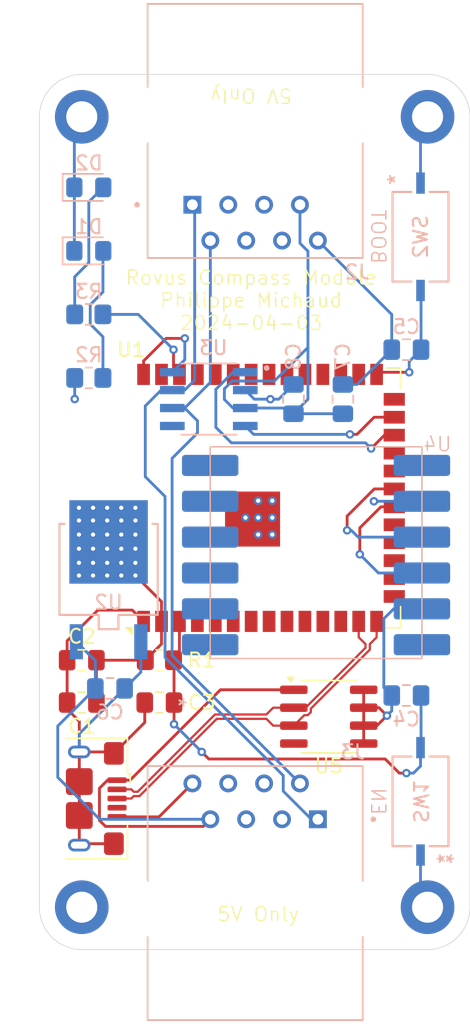
<source format=kicad_pcb>
(kicad_pcb (version 20240108) (generator "pcbnew") (generator_version "8.0")
  (layers (0 "F.Cu" signal) (1 "In1.Cu" signal) (2 "In2.Cu" signal) (31 "B.Cu" signal) (34 "B.Paste" user) (35 "F.Paste" user) (36 "B.SilkS" user "B.Silkscreen") (37 "F.SilkS" user "F.Silkscreen") (38 "B.Mask" user) (39 "F.Mask" user) (44 "Edge.Cuts" user))
  (net 0 "")
  (net 1 "GND")
  (net 2 "+3.3V")
  (net 3 "EN_PB")
  (net 4 "GPIO_0")
  (net 5 "+5V")
  (net 6 "Net-(D1-A)")
  (net 7 "Net-(D2-A)")
  (net 8 "USB_N")
  (net 10 "USB_P")
  (net 13 "CANL")
  (net 16 "CANH")
  (net 21 "LED_BUILDIN")
  (net 22 "SCL")
  (net 29 "TX1")
  (net 34 "RX1")
  (net 36 "TXC")
  (net 42 "RXC")
  (net 46 "SDA")
  (footprint "MountingHole:MountingHole_2.2mm_M2_DIN965_Pad_TopBottom" (layer "F.Cu") (at 46 23)
    (property "Reference" "H2" (hide yes))
    (property "Value" "MountingHole_Pad" (hide yes))
    (pad "1" thru_hole circle (at 0 0) (size 2.6 2.6) (drill 2.2) (layers "*.Cu" "*.Mask") (net 1 "GND"))
    (pad "1" connect circle (at 0 0) (size 3.8 3.8) (layers "F.Cu" "F.Mask") (net 1 "GND"))
    (pad "1" connect circle (at 0 0) (size 3.8 3.8) (layers "B.Cu" "B.Mask") (net 1 "GND"))
  )
  (footprint "MountingHole:MountingHole_2.2mm_M2_DIN965_Pad_TopBottom" (layer "F.Cu") (at 46 79)
    (property "Reference" "H4" (hide yes))
    (property "Value" "MountingHole_Pad" (hide yes))
    (pad "1" thru_hole circle (at 0 0) (size 2.6 2.6) (drill 2.2) (layers "*.Cu" "*.Mask") (net 1 "GND"))
    (pad "1" connect circle (at 0 0) (size 3.8 3.8) (layers "F.Cu" "F.Mask") (net 1 "GND"))
    (pad "1" connect circle (at 0 0) (size 3.8 3.8) (layers "B.Cu" "B.Mask") (net 1 "GND"))
  )
  (footprint "Capacitor_SMD:C_0805_2012Metric_Pad1.18x1.45mm_HandSolder" (layer "F.Cu") (at 21.5 61.5 180)
    (property "Reference" "C2" (at -0.014254 1.686608 180) (layer "F.SilkS"))
    (property "Value" "100nF")
    (pad "1" smd roundrect (at -1.0375 0 180) (size 1.175 1.45) (layers "F.Cu" "F.Paste" "F.Mask") (roundrect_rratio 0.212766) (net 2 "+3.3V"))
    (pad "2" smd roundrect (at 1.0375 0 180) (size 1.175 1.45) (layers "F.Cu" "F.Paste" "F.Mask") (roundrect_rratio 0.212766) (net 1 "GND"))
  )
  (footprint "Capacitor_SMD:C_0805_2012Metric_Pad1.18x1.45mm_HandSolder" (layer "F.Cu") (at 27 64.5 180)
    (property "Reference" "C3" (at -3 0 180) (layer "F.SilkS"))
    (property "Value" "1uF")
    (pad "1" smd roundrect (at -1.0375 0 180) (size 1.175 1.45) (layers "F.Cu" "F.Paste" "F.Mask") (roundrect_rratio 0.212766) (net 3 "EN_PB"))
    (pad "2" smd roundrect (at 1.0375 0 180) (size 1.175 1.45) (layers "F.Cu" "F.Paste" "F.Mask") (roundrect_rratio 0.212766) (net 1 "GND"))
  )
  (footprint "Package_SO:SOIC-8-1EP_3.9x4.9mm_P1.27mm_EP2.29x3mm" (layer "F.Cu") (at 39 65.5)
    (property "Reference" "U5" (at 0 3.5 0) (layer "F.SilkS"))
    (property "Value" "~")
    (pad "1" smd roundrect (at -2.475 -1.905) (size 1.95 0.6) (layers "F.Cu" "F.Paste" "F.Mask") (net 5 "+5V"))
    (pad "2" smd roundrect (at -2.475 -0.635) (size 1.95 0.6) (layers "F.Cu" "F.Paste" "F.Mask") (net 8 "USB_N"))
    (pad "3" smd roundrect (at -2.475 0.635) (size 1.95 0.6) (layers "F.Cu" "F.Paste" "F.Mask") (net 10 "USB_P"))
    (pad "4" smd roundrect (at -2.475 1.905) (size 1.95 0.6) (layers "F.Cu" "F.Paste" "F.Mask"))
    (pad "5" smd roundrect (at 2.475 1.905) (size 1.95 0.6) (layers "F.Cu" "F.Paste" "F.Mask") (net 1 "GND"))
    (pad "6" smd roundrect (at 2.475 0.635) (size 1.95 0.6) (layers "F.Cu" "F.Paste" "F.Mask") (net 1 "GND"))
    (pad "7" smd roundrect (at 2.475 -0.635) (size 1.95 0.6) (layers "F.Cu" "F.Paste" "F.Mask") (net 1 "GND"))
    (pad "8" smd roundrect (at 2.475 -1.905) (size 1.95 0.6) (layers "F.Cu" "F.Paste" "F.Mask") (net 1 "GND"))
  )
  (footprint "Capacitor_SMD:C_0805_2012Metric_Pad1.18x1.45mm_HandSolder" (layer "F.Cu") (at 21.5 64.5 180)
    (property "Reference" "C1" (at 0 -1.68 180) (layer "F.SilkS"))
    (property "Value" "22uF")
    (pad "1" smd roundrect (at -1.0375 0 180) (size 1.175 1.45) (layers "F.Cu" "F.Paste" "F.Mask") (roundrect_rratio 0.212766) (net 2 "+3.3V"))
    (pad "2" smd roundrect (at 1.0375 0 180) (size 1.175 1.45) (layers "F.Cu" "F.Paste" "F.Mask") (roundrect_rratio 0.212766) (net 1 "GND"))
  )
  (footprint "Resistor_SMD:R_0805_2012Metric_Pad1.20x1.40mm_HandSolder" (layer "F.Cu") (at 27 61.5)
    (property "Reference" "R1" (at 3 0 0) (layer "F.SilkS"))
    (property "Value" "10K TBV")
    (pad "1" smd roundrect (at -1 0) (size 1.2 1.4) (layers "F.Cu" "F.Paste" "F.Mask") (roundrect_rratio 0.208333) (net 2 "+3.3V"))
    (pad "2" smd roundrect (at 1 0) (size 1.2 1.4) (layers "F.Cu" "F.Paste" "F.Mask") (roundrect_rratio 0.208333) (net 3 "EN_PB"))
  )
  (footprint "RF_Module:ESP32-S3-WROOM-1" (layer "F.Cu") (at 31.14 50 90)
    (property "Reference" "U1" (at 10.5 -6.14 0) (layer "F.SilkS"))
    (property "Value" "ESP32-S3-WROOM-1")
    (pad "1" smd rect (at -8.75 -5.26 90) (size 1.5 0.9) (layers "F.Cu" "F.Paste" "F.Mask") (net 1 "GND"))
    (pad "2" smd rect (at -8.75 -3.99 90) (size 1.5 0.9) (layers "F.Cu" "F.Paste" "F.Mask") (net 2 "+3.3V"))
    (pad "3" smd rect (at -8.75 -2.72 90) (size 1.5 0.9) (layers "F.Cu" "F.Paste" "F.Mask") (net 3 "EN_PB"))
    (pad "4" smd rect (at -8.75 -1.45 90) (size 1.5 0.9) (layers "F.Cu" "F.Paste" "F.Mask"))
    (pad "5" smd rect (at -8.75 -0.18 90) (size 1.5 0.9) (layers "F.Cu" "F.Paste" "F.Mask"))
    (pad "6" smd rect (at -8.75 1.09 90) (size 1.5 0.9) (layers "F.Cu" "F.Paste" "F.Mask"))
    (pad "7" smd rect (at -8.75 2.36 90) (size 1.5 0.9) (layers "F.Cu" "F.Paste" "F.Mask"))
    (pad "8" smd rect (at -8.75 3.63 90) (size 1.5 0.9) (layers "F.Cu" "F.Paste" "F.Mask"))
    (pad "9" smd rect (at -8.75 4.9 90) (size 1.5 0.9) (layers "F.Cu" "F.Paste" "F.Mask"))
    (pad "10" smd rect (at -8.75 6.17 90) (size 1.5 0.9) (layers "F.Cu" "F.Paste" "F.Mask"))
    (pad "11" smd rect (at -8.75 7.44 90) (size 1.5 0.9) (layers "F.Cu" "F.Paste" "F.Mask"))
    (pad "12" smd rect (at -8.75 8.71 90) (size 1.5 0.9) (layers "F.Cu" "F.Paste" "F.Mask"))
    (pad "13" smd rect (at -8.75 9.98 90) (size 1.5 0.9) (layers "F.Cu" "F.Paste" "F.Mask") (net 8 "USB_N"))
    (pad "14" smd rect (at -8.75 11.25 270) (size 1.5 0.9) (layers "F.Cu" "F.Paste" "F.Mask") (net 10 "USB_P"))
    (pad "15" smd rect (at -6.985 12.5) (size 1.5 0.9) (layers "F.Cu" "F.Paste" "F.Mask"))
    (pad "16" smd rect (at -5.715 12.5) (size 1.5 0.9) (layers "F.Cu" "F.Paste" "F.Mask"))
    (pad "17" smd rect (at -4.445 12.5) (size 1.5 0.9) (layers "F.Cu" "F.Paste" "F.Mask") (net 46 "SDA"))
    (pad "18" smd rect (at -3.175 12.5) (size 1.5 0.9) (layers "F.Cu" "F.Paste" "F.Mask"))
    (pad "19" smd rect (at -1.905 12.5) (size 1.5 0.9) (layers "F.Cu" "F.Paste" "F.Mask"))
    (pad "20" smd rect (at -0.635 12.5) (size 1.5 0.9) (layers "F.Cu" "F.Paste" "F.Mask") (net 34 "RX1"))
    (pad "21" smd rect (at 0.635 12.5) (size 1.5 0.9) (layers "F.Cu" "F.Paste" "F.Mask") (net 29 "TX1"))
    (pad "22" smd rect (at 1.905 12.5) (size 1.5 0.9) (layers "F.Cu" "F.Paste" "F.Mask"))
    (pad "23" smd rect (at 3.175 12.5) (size 1.5 0.9) (layers "F.Cu" "F.Paste" "F.Mask") (net 22 "SCL"))
    (pad "24" smd rect (at 4.445 12.5) (size 1.5 0.9) (layers "F.Cu" "F.Paste" "F.Mask") (net 42 "RXC"))
    (pad "25" smd rect (at 5.715 12.5) (size 1.5 0.9) (layers "F.Cu" "F.Paste" "F.Mask") (net 36 "TXC"))
    (pad "26" smd rect (at 6.985 12.5) (size 1.5 0.9) (layers "F.Cu" "F.Paste" "F.Mask"))
    (pad "27" smd rect (at 8.75 11.25 90) (size 1.5 0.9) (layers "F.Cu" "F.Paste" "F.Mask") (net 4 "GPIO_0"))
    (pad "28" smd rect (at 8.75 9.98 90) (size 1.5 0.9) (layers "F.Cu" "F.Paste" "F.Mask"))
    (pad "29" smd rect (at 8.75 8.71 90) (size 1.5 0.9) (layers "F.Cu" "F.Paste" "F.Mask"))
    (pad "30" smd rect (at 8.75 7.44 90) (size 1.5 0.9) (layers "F.Cu" "F.Paste" "F.Mask"))
    (pad "31" smd rect (at 8.75 6.17 90) (size 1.5 0.9) (layers "F.Cu" "F.Paste" "F.Mask"))
    (pad "32" smd rect (at 8.75 4.9 90) (size 1.5 0.9) (layers "F.Cu" "F.Paste" "F.Mask"))
    (pad "33" smd rect (at 8.75 3.63 90) (size 1.5 0.9) (layers "F.Cu" "F.Paste" "F.Mask"))
    (pad "34" smd rect (at 8.75 2.36 90) (size 1.5 0.9) (layers "F.Cu" "F.Paste" "F.Mask"))
    (pad "35" smd rect (at 8.75 1.09 90) (size 1.5 0.9) (layers "F.Cu" "F.Paste" "F.Mask"))
    (pad "36" smd rect (at 8.75 -0.18 90) (size 1.5 0.9) (layers "F.Cu" "F.Paste" "F.Mask"))
    (pad "37" smd rect (at 8.75 -1.45 90) (size 1.5 0.9) (layers "F.Cu" "F.Paste" "F.Mask"))
    (pad "38" smd rect (at 8.75 -2.72 90) (size 1.5 0.9) (layers "F.Cu" "F.Paste" "F.Mask") (net 21 "LED_BUILDIN"))
    (pad "39" smd rect (at 8.75 -3.99 90) (size 1.5 0.9) (layers "F.Cu" "F.Paste" "F.Mask"))
    (pad "40" smd rect (at 8.75 -5.26 90) (size 1.5 0.9) (layers "F.Cu" "F.Paste" "F.Mask") (net 1 "GND"))
    (pad "41" smd rect (at -1.5 2.46) (size 3.9 3.9) (layers "F.Cu" "F.Mask") (net 1 "GND"))
  )
  (footprint "MountingHole:MountingHole_2.2mm_M2_DIN965_Pad_TopBottom" (layer "F.Cu") (at 21.5 79)
    (property "Reference" "H3" (hide yes))
    (property "Value" "MountingHole_Pad" (hide yes))
    (pad "1" thru_hole circle (at 0 0) (size 2.6 2.6) (drill 2.2) (layers "*.Cu" "*.Mask") (net 1 "GND"))
    (pad "1" connect circle (at 0 0) (size 3.8 3.8) (layers "F.Cu" "F.Mask") (net 1 "GND"))
    (pad "1" connect circle (at 0 0) (size 3.8 3.8) (layers "B.Cu" "B.Mask") (net 1 "GND"))
  )
  (footprint "MountingHole:MountingHole_2.2mm_M2_DIN965_Pad_TopBottom" (layer "F.Cu") (at 21.5 23)
    (property "Reference" "H1" (hide yes))
    (property "Value" "MountingHole_Pad" (hide yes))
    (pad "1" thru_hole circle (at 0 0) (size 2.6 2.6) (drill 2.2) (layers "*.Cu" "*.Mask") (net 1 "GND"))
    (pad "1" connect circle (at 0 0) (size 3.8 3.8) (layers "F.Cu" "F.Mask") (net 1 "GND"))
    (pad "1" connect circle (at 0 0) (size 3.8 3.8) (layers "B.Cu" "B.Mask") (net 1 "GND"))
  )
  (footprint "Connector_USB:USB_Micro-B_Amphenol_10118193-0001LF_Horizontal" (layer "F.Cu") (at 21.325 71.3 -90)
    (property "Reference" "J1" (hide yes))
    (property "Value" "USB_B_Micro")
    (pad "1" smd roundrect (at -1.3 -2.675 270) (size 0.4 1.35) (layers "F.Cu" "F.Paste" "F.Mask") (net 5 "+5V"))
    (pad "2" smd roundrect (at -0.65 -2.675 270) (size 0.4 1.35) (layers "F.Cu" "F.Paste" "F.Mask") (net 8 "USB_N"))
    (pad "3" smd roundrect (at 0 -2.675 270) (size 0.4 1.35) (layers "F.Cu" "F.Paste" "F.Mask") (net 10 "USB_P"))
    (pad "4" smd roundrect (at 0.65 -2.675 270) (size 0.4 1.35) (layers "F.Cu" "F.Paste" "F.Mask"))
    (pad "5" smd roundrect (at 1.3 -2.675 270) (size 0.4 1.35) (layers "F.Cu" "F.Paste" "F.Mask") (net 1 "GND"))
    (pad "6" thru_hole oval (at -3.3 0) (size 1.6 0.9) (drill oval 1.2 0.5) (layers "*.Cu" "*.Mask" "F.Paste") (net 1 "GND"))
    (pad "6" smd roundrect (at -3.2 -2.45 270) (size 1.6 1.4) (layers "F.Cu" "F.Paste" "F.Mask") (roundrect_rratio 0.1785714286) (net 1 "GND"))
    (pad "6" smd roundrect (at -1.2 0 270) (size 1.9 1.9) (layers "F.Cu" "F.Paste" "F.Mask") (roundrect_rratio 0.1315789474) (net 1 "GND"))
    (pad "6" smd roundrect (at 1.2 0 270) (size 1.9 1.9) (layers "F.Cu" "F.Paste" "F.Mask") (roundrect_rratio 0.1315789474) (net 1 "GND"))
    (pad "6" smd roundrect (at 3.2 -2.45 270) (size 1.6 1.4) (layers "F.Cu" "F.Paste" "F.Mask") (roundrect_rratio 0.1785714286) (net 1 "GND"))
    (pad "6" thru_hole oval (at 3.3 0) (size 1.6 0.9) (drill oval 1.2 0.5) (layers "*.Cu" "*.Mask" "F.Paste") (net 1 "GND"))
  )
  (footprint "LDO_AZ1117ID-3.3TRG1:TO252-2_AZ1117ID-3.3TRG1_DIO" (layer "B.Cu") (at 23.4 55.0634 180)
    (property "Reference" "U2" (at 0 -2.3366 0) (layer "B.SilkS") (effects (justify mirror)))
    (property "Value" "AZ1117ID-3.3TRG1")
    (pad "1" smd rect (at -2.286 -5.1308 180) (size 0.9398 2.4892) (layers "B.Cu" "B.Paste" "B.Mask") (net 1 "GND"))
    (pad "2" smd rect (at 0 1.9431 180) (size 5.5626 5.9182) (layers "B.Cu" "B.Paste" "B.Mask") (net 2 "+3.3V"))
    (pad "3" smd rect (at 2.286 -5.1308 180) (size 0.9398 2.4892) (layers "B.Cu" "B.Paste" "B.Mask") (net 5 "+5V"))
  )
  (footprint "Capacitor_SMD:C_0805_2012Metric_Pad1.18x1.45mm_HandSolder" (layer "B.Cu") (at 40 43 90)
    (property "Reference" "C7" (at 3 0 -90) (layer "B.SilkS") (effects (justify mirror)))
    (property "Value" "10uF")
    (pad "1" smd roundrect (at -1.0375 0 90) (size 1.175 1.45) (layers "B.Cu" "B.Paste" "B.Mask") (roundrect_rratio 0.212766) (net 5 "+5V"))
    (pad "2" smd roundrect (at 1.0375 0 90) (size 1.175 1.45) (layers "B.Cu" "B.Paste" "B.Mask") (roundrect_rratio 0.212766) (net 1 "GND"))
  )
  (footprint "LED_SMD:LED_0805_2012Metric_Pad1.15x1.40mm_HandSolder" (layer "B.Cu") (at 22 28)
    (property "Reference" "D2" (at 0.006882 -1.722222 0) (layer "B.SilkS") (effects (justify mirror)))
    (property "Value" "R" (hide yes))
    (pad "1" smd roundrect (at -1.025 0) (size 1.15 1.4) (layers "B.Cu" "B.Paste" "B.Mask") (roundrect_rratio 0.217391) (net 1 "GND"))
    (pad "2" smd roundrect (at 1.025 0) (size 1.15 1.4) (layers "B.Cu" "B.Paste" "B.Mask") (roundrect_rratio 0.217391) (net 7 "Net-(D2-A)"))
  )
  (footprint "TS09_63_25_WT_160_SMT_TR:SW_TS09-63-25_CUD" (layer "B.Cu") (at 45.5 71.5 90)
    (property "Reference" "SW1" (at 0 0 -90) (layer "B.SilkS") (effects (justify mirror)))
    (property "Value" "TS09-63-25-WT-160-SMT-TR")
    (fp_text user "*" (at -4.05765 1.7526 -90) (layer "B.SilkS") (effects (justify mirror)))
    (fp_text user "*" (at -4.05765 1.7526 -90) (layer "B.SilkS") (effects (justify mirror)))
    (pad "1" smd rect (at -3.80365 0 90) (size 1.5113 0.6096) (layers "B.Cu" "B.Paste" "B.Mask") (net 1 "GND"))
    (pad "2" smd rect (at 3.80365 0 90) (size 1.5113 0.6096) (layers "B.Cu" "B.Paste" "B.Mask") (net 3 "EN_PB"))
  )
  (footprint "LED_SMD:LED_0805_2012Metric_Pad1.15x1.40mm_HandSolder" (layer "B.Cu") (at 22 32.5)
    (property "Reference" "D1" (at -0.001649 -1.70492 0) (layer "B.SilkS") (effects (justify mirror)))
    (property "Value" "R")
    (pad "1" smd roundrect (at -1.025 0) (size 1.15 1.4) (layers "B.Cu" "B.Paste" "B.Mask") (roundrect_rratio 0.217391) (net 1 "GND"))
    (pad "2" smd roundrect (at 1.025 0) (size 1.15 1.4) (layers "B.Cu" "B.Paste" "B.Mask") (roundrect_rratio 0.217391) (net 6 "Net-(D1-A)"))
  )
  (footprint "Capacitor_SMD:C_0805_2012Metric_Pad1.18x1.45mm_HandSolder" (layer "B.Cu") (at 44.5 64)
    (property "Reference" "C4" (at 0 1.68 0) (layer "B.SilkS") (effects (justify mirror)))
    (property "Value" "100nF")
    (pad "1" smd roundrect (at -1.0375 0) (size 1.175 1.45) (layers "B.Cu" "B.Paste" "B.Mask") (roundrect_rratio 0.212766) (net 1 "GND"))
    (pad "2" smd roundrect (at 1.0375 0) (size 1.175 1.45) (layers "B.Cu" "B.Paste" "B.Mask") (roundrect_rratio 0.212766) (net 3 "EN_PB"))
  )
  (footprint "Custom:WT910C" (layer "B.Cu") (at 38.1 53.7 180)
    (property "Reference" "U4" (at -8.6 7.5 0) (layer "B.SilkS") (effects (font (thickness 0.1)) (justify mirror)))
    (property "Value" "~")
    (pad "1" smd roundrect (at -7.5 6 180) (size 4 1.5) (layers "B.Cu" "B.Paste" "B.Mask") (roundrect_rratio 0.15))
    (pad "2" smd roundrect (at -7.5 3.46 180) (size 4 1.5) (layers "B.Cu" "B.Paste" "B.Mask") (roundrect_rratio 0.15) (net 2 "+3.3V"))
    (pad "3" smd roundrect (at -7.5 0.92 180) (size 4 1.5) (layers "B.Cu" "B.Paste" "B.Mask") (roundrect_rratio 0.15) (net 29 "TX1"))
    (pad "4" smd roundrect (at -7.5 -1.62 180) (size 4 1.5) (layers "B.Cu" "B.Paste" "B.Mask") (roundrect_rratio 0.15) (net 34 "RX1"))
    (pad "5" smd roundrect (at -7.5 -4.16 180) (size 4 1.5) (layers "B.Cu" "B.Paste" "B.Mask") (roundrect_rratio 0.15) (net 1 "GND"))
    (pad "6" smd roundrect (at -7.5 -6.7 180) (size 4 1.5) (layers "B.Cu" "B.Paste" "B.Mask") (roundrect_rratio 0.15))
    (pad "7" smd roundrect (at 7.5 6 180) (size 4 1.5) (layers "B.Cu" "B.Paste" "B.Mask") (roundrect_rratio 0.15))
    (pad "8" smd roundrect (at 7.5 3.46 180) (size 4 1.5) (layers "B.Cu" "B.Paste" "B.Mask") (roundrect_rratio 0.15))
    (pad "9" smd roundrect (at 7.5 0.92 180) (size 4 1.5) (layers "B.Cu" "B.Paste" "B.Mask") (roundrect_rratio 0.15))
    (pad "10" smd roundrect (at 7.5 -1.62 180) (size 4 1.5) (layers "B.Cu" "B.Paste" "B.Mask") (roundrect_rratio 0.15))
    (pad "11" smd roundrect (at 7.5 -4.16 180) (size 4 1.5) (layers "B.Cu" "B.Paste" "B.Mask") (roundrect_rratio 0.15))
    (pad "12" smd roundrect (at 7.5 -6.7 180) (size 4 1.5) (layers "B.Cu" "B.Paste" "B.Mask") (roundrect_rratio 0.15))
  )
  (footprint "Capacitor_SMD:C_0805_2012Metric_Pad1.18x1.45mm_HandSolder" (layer "B.Cu") (at 23.5 63.5)
    (property "Reference" "C6" (at 0 1.68 0) (layer "B.SilkS") (effects (justify mirror)))
    (property "Value" "10uF")
    (pad "1" smd roundrect (at -1.0375 0) (size 1.175 1.45) (layers "B.Cu" "B.Paste" "B.Mask") (roundrect_rratio 0.212766) (net 5 "+5V"))
    (pad "2" smd roundrect (at 1.0375 0) (size 1.175 1.45) (layers "B.Cu" "B.Paste" "B.Mask") (roundrect_rratio 0.212766) (net 1 "GND"))
  )
  (footprint "Capacitor_SMD:C_0805_2012Metric_Pad1.18x1.45mm_HandSolder" (layer "B.Cu") (at 44.5 39.5)
    (property "Reference" "C5" (at 0.001442 -1.62003 0) (layer "B.SilkS") (effects (justify mirror)))
    (property "Value" "100nF")
    (pad "1" smd roundrect (at -1.0375 0) (size 1.175 1.45) (layers "B.Cu" "B.Paste" "B.Mask") (roundrect_rratio 0.212766) (net 1 "GND"))
    (pad "2" smd roundrect (at 1.0375 0) (size 1.175 1.45) (layers "B.Cu" "B.Paste" "B.Mask") (roundrect_rratio 0.212766) (net 4 "GPIO_0"))
  )
  (footprint "TS09_63_25_WT_160_SMT_TR:SW_TS09-63-25_CUD" (layer "B.Cu") (at 45.5 31.5 -90)
    (property "Reference" "SW2" (at 0 0 90) (layer "B.SilkS") (effects (justify mirror)))
    (property "Value" "TS09-63-25-WT-160-SMT-TR")
    (fp_text user "*" (at -4.05765 1.7526 90) (layer "B.SilkS") (effects (justify mirror)))
    (pad "1" smd rect (at -3.80365 0 270) (size 1.5113 0.6096) (layers "B.Cu" "B.Paste" "B.Mask") (net 1 "GND"))
    (pad "2" smd rect (at 3.80365 0 270) (size 1.5113 0.6096) (layers "B.Cu" "B.Paste" "B.Mask") (net 4 "GPIO_0"))
  )
  (footprint "TJA1050T_CM_118:SOIC127P600X175-8N" (layer "B.Cu") (at 30.5 43 180)
    (property "Reference" "U3" (at -0.325 3.635 180) (layer "B.SilkS") (effects (justify mirror)))
    (property "Value" "TJA1050T_CM_118")
    (pad "1" smd roundrect (at -2.585 1.905 180) (size 1.75 0.59) (layers "B.Cu" "B.Paste" "B.Mask") (roundrect_rratio 0.07) (net 42 "RXC"))
    (pad "2" smd roundrect (at -2.585 0.635 180) (size 1.75 0.59) (layers "B.Cu" "B.Paste" "B.Mask") (roundrect_rratio 0.07) (net 1 "GND"))
    (pad "3" smd roundrect (at -2.585 -0.635 180) (size 1.75 0.59) (layers "B.Cu" "B.Paste" "B.Mask") (roundrect_rratio 0.07) (net 5 "+5V"))
    (pad "4" smd roundrect (at -2.585 -1.905 180) (size 1.75 0.59) (layers "B.Cu" "B.Paste" "B.Mask") (roundrect_rratio 0.07) (net 36 "TXC"))
    (pad "5" smd roundrect (at 2.585 -1.905 180) (size 1.75 0.59) (layers "B.Cu" "B.Paste" "B.Mask") (roundrect_rratio 0.07))
    (pad "6" smd roundrect (at 2.585 -0.635 180) (size 1.75 0.59) (layers "B.Cu" "B.Paste" "B.Mask") (roundrect_rratio 0.07) (net 13 "CANL"))
    (pad "7" smd roundrect (at 2.585 0.635 180) (size 1.75 0.59) (layers "B.Cu" "B.Paste" "B.Mask") (roundrect_rratio 0.07) (net 16 "CANH"))
    (pad "8" smd roundrect (at 2.585 1.905 180) (size 1.75 0.59) (layers "B.Cu" "B.Paste" "B.Mask") (roundrect_rratio 0.07) (net 1 "GND"))
  )
  (footprint "Capacitor_SMD:C_0805_2012Metric_Pad1.18x1.45mm_HandSolder" (layer "B.Cu") (at 36.5 43 90)
    (property "Reference" "C8" (at 3 0 -90) (layer "B.SilkS") (effects (justify mirror)))
    (property "Value" "100nF")
    (pad "1" smd roundrect (at -1.0375 0 90) (size 1.175 1.45) (layers "B.Cu" "B.Paste" "B.Mask") (roundrect_rratio 0.212766) (net 5 "+5V"))
    (pad "2" smd roundrect (at 1.0375 0 90) (size 1.175 1.45) (layers "B.Cu" "B.Paste" "B.Mask") (roundrect_rratio 0.212766) (net 1 "GND"))
  )
  (footprint "Resistor_SMD:R_0805_2012Metric_Pad1.20x1.40mm_HandSolder" (layer "B.Cu") (at 22 37)
    (property "Reference" "R3" (at 0.002617 -1.6279 0) (layer "B.SilkS") (effects (justify mirror)))
    (property "Value" "1k" (hide yes))
    (pad "1" smd roundrect (at -1 0) (size 1.2 1.4) (layers "B.Cu" "B.Paste" "B.Mask") (roundrect_rratio 0.208333) (net 7 "Net-(D2-A)"))
    (pad "2" smd roundrect (at 1 0) (size 1.2 1.4) (layers "B.Cu" "B.Paste" "B.Mask") (roundrect_rratio 0.208333) (net 21 "LED_BUILDIN"))
  )
  (footprint "Resistor_SMD:R_0805_2012Metric_Pad1.20x1.40mm_HandSolder" (layer "B.Cu") (at 22 41.5 180)
    (property "Reference" "R2" (at 0.001649 1.631927 180) (layer "B.SilkS") (effects (justify mirror)))
    (property "Value" "1k")
    (pad "1" smd roundrect (at -1 0 180) (size 1.2 1.4) (layers "B.Cu" "B.Paste" "B.Mask") (roundrect_rratio 0.208333) (net 6 "Net-(D1-A)"))
    (pad "2" smd roundrect (at 1 0 180) (size 1.2 1.4) (layers "B.Cu" "B.Paste" "B.Mask") (roundrect_rratio 0.208333) (net 2 "+3.3V"))
  )
  (footprint "54601-908WPLF:AMPHENOL_54601-908WPLF" (layer "B.Cu") (at 33.784 79.12 180)
    (property "Reference" "J3" (at -6.916 11.12 180) (layer "B.SilkS") (effects (justify mirror)))
    (property "Value" "RJ45")
    (pad "" np_thru_hole circle (at -5.716 0 180) (size 3.35 3.35) (drill 3.35) (layers "*.Cu" "*.Mask"))
    (pad "" np_thru_hole circle (at 5.716 0 180) (size 3.35 3.35) (drill 3.35) (layers "*.Cu" "*.Mask"))
    (pad "1" thru_hole rect (at -4.445 6.35 180) (size 1.268 1.268) (drill 0.76) (layers "*.Cu" "*.Mask") (net 16 "CANH"))
    (pad "2" thru_hole circle (at -3.175 8.89 180) (size 1.268 1.268) (drill 0.76) (layers "*.Cu" "*.Mask") (net 13 "CANL"))
    (pad "3" thru_hole circle (at -1.905 6.35 180) (size 1.268 1.268) (drill 0.76) (layers "*.Cu" "*.Mask"))
    (pad "4" thru_hole circle (at -0.635 8.89 180) (size 1.268 1.268) (drill 0.76) (layers "*.Cu" "*.Mask"))
    (pad "5" thru_hole circle (at 0.635 6.35 180) (size 1.268 1.268) (drill 0.76) (layers "*.Cu" "*.Mask"))
    (pad "6" thru_hole circle (at 1.905 8.89 180) (size 1.268 1.268) (drill 0.76) (layers "*.Cu" "*.Mask"))
    (pad "7" thru_hole circle (at 3.175 6.35 180) (size 1.268 1.268) (drill 0.76) (layers "*.Cu" "*.Mask") (net 5 "+5V"))
    (pad "8" thru_hole circle (at 4.445 8.89 180) (size 1.268 1.268) (drill 0.76) (layers "*.Cu" "*.Mask") (net 1 "GND"))
  )
  (footprint "54601-908WPLF:AMPHENOL_54601-908WPLF" (layer "B.Cu") (at 33.784 22.88)
    (property "Reference" "J2" (at 7.216 11.12 0) (layer "B.SilkS") (effects (justify mirror)))
    (property "Value" "RJ45")
    (pad "" np_thru_hole circle (at -5.716 0) (size 3.35 3.35) (drill 3.35) (layers "*.Cu" "*.Mask"))
    (pad "" np_thru_hole circle (at 5.716 0) (size 3.35 3.35) (drill 3.35) (layers "*.Cu" "*.Mask"))
    (pad "1" thru_hole rect (at -4.445 6.35) (size 1.268 1.268) (drill 0.76) (layers "*.Cu" "*.Mask") (net 16 "CANH"))
    (pad "2" thru_hole circle (at -3.175 8.89) (size 1.268 1.268) (drill 0.76) (layers "*.Cu" "*.Mask") (net 13 "CANL"))
    (pad "3" thru_hole circle (at -1.905 6.35) (size 1.268 1.268) (drill 0.76) (layers "*.Cu" "*.Mask"))
    (pad "4" thru_hole circle (at -0.635 8.89) (size 1.268 1.268) (drill 0.76) (layers "*.Cu" "*.Mask"))
    (pad "5" thru_hole circle (at 0.635 6.35) (size 1.268 1.268) (drill 0.76) (layers "*.Cu" "*.Mask"))
    (pad "6" thru_hole circle (at 1.905 8.89) (size 1.268 1.268) (drill 0.76) (layers "*.Cu" "*.Mask"))
    (pad "7" thru_hole circle (at 3.175 6.35) (size 1.268 1.268) (drill 0.76) (layers "*.Cu" "*.Mask") (net 5 "+5V"))
    (pad "8" thru_hole circle (at 4.445 8.89) (size 1.268 1.268) (drill 0.76) (layers "*.Cu" "*.Mask") (net 1 "GND"))
  )
  (gr_arc (start 49 79) (mid 48.12132 81.12132) (end 46 82) (stroke (width 0.05)) (layer "Edge.Cuts"))
  (gr_arc (start 21.5 82) (mid 19.37868 81.12132) (end 18.5 79) (stroke (width 0.05)) (layer "Edge.Cuts"))
  (gr_line (start 49 79) (end 49 23) (stroke (width 0.05)) (layer "Edge.Cuts"))
  (gr_line (start 21.5 82) (end 46 82) (stroke (width 0.05)) (layer "Edge.Cuts"))
  (gr_line (start 18.5 23) (end 18.5 79) (stroke (width 0.05)) (layer "Edge.Cuts"))
  (gr_arc (start 46 20) (mid 48.12132 20.87868) (end 49 23) (stroke (width 0.05)) (layer "Edge.Cuts"))
  (gr_arc (start 18.5 23) (mid 19.37868 20.87868) (end 21.5 20) (stroke (width 0.05)) (layer "Edge.Cuts"))
  (gr_line (start 46 20.000001) (end 21.5 20) (stroke (width 0.05)) (layer "Edge.Cuts"))
  (gr_text "BOOT" (at 42.5 31.5 -90) (layer "B.SilkS") (effects (font (size 1 1) (thickness 0.1)) (justify mirror)))
  (gr_text "*" (at 28.304092 64.484898 -90) (layer "B.SilkS") (effects (font (size 1 1)) (justify mirror)))
  (gr_text "EN" (at 42.5 71.5 -90) (layer "B.SilkS") (effects (font (size 1 1) (thickness 0.1)) (justify mirror)))
  (gr_text "5V Only" (at 33.5 21.5 180) (layer "F.SilkS") (effects (font (size 1 1) (thickness 0.1))))
  (gr_text "Rovus Compass Module\nPhilippe Michaud\n2024-04-03" (at 33.5 36 0) (layer "F.SilkS") (effects (font (size 1 1) (thickness 0.1))))
  (gr_text "5V Only" (at 34 79.5 0) (layer "F.SilkS") (effects (font (size 1 1) (thickness 0.1))))
  (segment (start 42.416205 66.135) (end 43.122102 65.429103) (width 0.2) (layer "F.Cu") (net 1))
  (segment (start 21.325 70.1) (end 21.325 68) (width 0.2) (layer "F.Cu") (net 1))
  (segment (start 21.325 65.825) (end 21.325 68) (width 0.2) (layer "F.Cu") (net 1))
  (segment (start 26.969 72.6) (end 29.339 70.23) (width 0.2) (layer "F.Cu") (net 1))
  (segment (start 23.4 68.1) (end 23.3 68) (width 0.2) (layer "F.Cu") (net 1))
  (segment (start 25.88 40.3) (end 27.48 38.7) (width 0.2) (layer "F.Cu") (net 1))
  (segment (start 22.64 57.95) (end 25.08 57.95) (width 0.2) (layer "F.Cu") (net 1))
  (segment (start 25.08 57.95) (end 25.88 58.75) (width 0.2) (layer "F.Cu") (net 1))
  (segment (start 24 72.6) (end 26.969 72.6) (width 0.2) (layer "F.Cu") (net 1))
  (segment (start 21.425 74.5) (end 21.325 74.6) (width 0.2) (layer "F.Cu") (net 1))
  (segment (start 27.48 38.7) (end 28.8 38.7) (width 0.2) (layer "F.Cu") (net 1))
  (segment (start 23.775 74.5) (end 21.425 74.5) (width 0.2) (layer "F.Cu") (net 1))
  (segment (start 41.475 63.595) (end 41.475 64.865) (width 0.2) (layer "F.Cu") (net 1))
  (segment (start 20.4625 60.1275) (end 22.64 57.95) (width 0.2) (layer "F.Cu") (net 1))
  (segment (start 23.775 68.1) (end 23.4 68.1) (width 0.2) (layer "F.Cu") (net 1))
  (segment (start 25.9625 65.9125) (end 23.775 68.1) (width 0.2) (layer "F.Cu") (net 1))
  (segment (start 20.4625 61.5) (end 20.4625 60.1275) (width 0.2) (layer "F.Cu") (net 1))
  (segment (start 41.475 64.865) (end 42.557999 64.865) (width 0.2) (layer "F.Cu") (net 1))
  (segment (start 41.475 67.405) (end 41.475 66.135) (width 0.2) (layer "F.Cu") (net 1))
  (segment (start 41.475 66.135) (end 42.416205 66.135) (width 0.2) (layer "F.Cu") (net 1))
  (segment (start 41.475 66.135) (end 41.475 64.865) (width 0.2) (layer "F.Cu") (net 1))
  (segment (start 20.4625 64.5) (end 20.4625 64.9625) (width 0.2) (layer "F.Cu") (net 1))
  (segment (start 21.325 72.5) (end 21.325 70.1) (width 0.2) (layer "F.Cu") (net 1))
  (segment (start 20.4625 64.9625) (end 21.325 65.825) (width 0.2) (layer "F.Cu") (net 1))
  (segment (start 42.557999 64.865) (end 43.122102 65.429103) (width 0.2) (layer "F.Cu") (net 1))
  (segment (start 20.4625 61.5) (end 20.4625 64.5) (width 0.2) (layer "F.Cu") (net 1))
  (segment (start 25.9625 64.5) (end 25.9625 65.9125) (width 0.2) (layer "F.Cu") (net 1))
  (segment (start 23.3 68) (end 21.325 68) (width 0.2) (layer "F.Cu") (net 1))
  (segment (start 25.88 41.25) (end 25.88 40.3) (width 0.2) (layer "F.Cu") (net 1))
  (segment (start 21.325 74.6) (end 21.325 72.5) (width 0.2) (layer "F.Cu") (net 1))
  (via (at 34 51.4) (size 0.6) (drill 0.3) (layers "F.Cu" "B.Cu") (net 1))
  (via (at 35 50.2) (size 0.6) (drill 0.3) (layers "F.Cu" "B.Cu") (net 1))
  (via (at 34.861805 43.006449) (size 0.6) (drill 0.3) (layers "F.Cu" "B.Cu") (net 1))
  (via (at 35 52.6) (size 0.6) (drill 0.3) (layers "F.Cu" "B.Cu") (net 1))
  (via (at 28.8 38.7) (size 0.6) (drill 0.3) (layers "F.Cu" "B.Cu") (net 1))
  (via (at 33.1 51.4) (size 0.6) (drill 0.3) (layers "F.Cu" "B.Cu") (net 1))
  (via (at 35 51.4) (size 0.6) (drill 0.3) (layers "F.Cu" "B.Cu") (net 1))
  (via (at 34 50.2) (size 0.6) (drill 0.3) (layers "F.Cu" "B.Cu") (net 1))
  (via (at 43.122102 65.429103) (size 0.6) (drill 0.3) (layers "F.Cu" "B.Cu") (net 1))
  (via (at 34 52.6) (size 0.6) (drill 0.3) (layers "F.Cu" "B.Cu") (net 1))
  (segment (start 41 41.9625) (end 43.4625 39.5) (width 0.2) (layer "B.Cu") (net 1))
  (segment (start 25.686 62.3515) (end 24.5375 63.5) (width 0.2) (layer "B.Cu") (net 1))
  (segment (start 40 41.9625) (end 41 41.9625) (width 0.2) (layer "B.Cu") (net 1))
  (segment (start 28.8 40.21) (end 27.915 41.095) (width 0.2) (layer "B.Cu") (net 1))
  (segment (start 45.5 27.69635) (end 45.5 23.5) (width 0.2) (layer "B.Cu") (net 1))
  (segment (start 36.5 41.9625) (end 35.456051 43.006449) (width 0.2) (layer "B.Cu") (net 1))
  (segment (start 43.4625 65.088705) (end 43.122102 65.429103) (width 0.2) (layer "B.Cu") (net 1))
  (segment (start 42.9 58.56) (end 42.9 63.4375) (width 0.2) (layer "B.Cu") (net 1))
  (segment (start 20.975 28) (end 20.975 23.525) (width 0.2) (layer "B.Cu") (net 1))
  (segment (start 45.5 23.5) (end 46 23) (width 0.2) (layer "B.Cu") (net 1))
  (segment (start 20.975 23.525) (end 21.5 23) (width 0.2) (layer "B.Cu") (net 1))
  (segment (start 43.6 57.86) (end 42.9 58.56) (width 0.2) (layer "B.Cu") (net 1))
  (segment (start 20.975 28) (end 20.975 32.5) (width 0.2) (layer "B.Cu") (net 1))
  (segment (start 45.5 75.30365) (end 45.5 78.5) (width 0.2) (layer "B.Cu") (net 1))
  (segment (start 33.726449 43.006449) (end 33.085 42.365) (width 0.2) (layer "B.Cu") (net 1))
  (segment (start 21.325 66.7125) (end 24.5375 63.5) (width 0.2) (layer "B.Cu") (net 1))
  (segment (start 25.686 60.1942) (end 25.686 62.3515) (width 0.2) (layer "B.Cu") (net 1))
  (segment (start 42.9 63.4375) (end 43.4625 64) (width 0.2) (layer "B.Cu") (net 1))
  (segment (start 35.456051 43.006449) (end 33.726449 43.006449) (width 0.2) (layer "B.Cu") (net 1))
  (segment (start 21.325 68) (end 21.325 66.7125) (width 0.2) (layer "B.Cu") (net 1))
  (segment (start 43.4625 37.0035) (end 38.229 31.77) (width 0.2) (layer "B.Cu") (net 1))
  (segment (start 45.5 78.5) (end 46 79) (width 0.2) (layer "B.Cu") (net 1))
  (segment (start 45.6 57.86) (end 43.6 57.86) (width 0.2) (layer "B.Cu") (net 1))
  (segment (start 43.4625 64) (end 43.4625 65.088705) (width 0.2) (layer "B.Cu") (net 1))
  (segment (start 43.4625 39.5) (end 43.4625 37.0035) (width 0.2) (layer "B.Cu") (net 1))
  (segment (start 28.8 38.7) (end 28.8 40.21) (width 0.2) (layer "B.Cu") (net 1))
  (segment (start 24.5 61.5) (end 26 61.5) (width 0.2) (layer "F.Cu") (net 2))
  (segment (start 26 61.5) (end 27.15 60.35) (width 0.2) (layer "F.Cu") (net 2))
  (segment (start 22.5375 61.5) (end 24.5 61.5) (width 0.2) (layer "F.Cu") (net 2))
  (segment (start 27.15 60.35) (end 27.15 58.75) (width 0.2) (layer "F.Cu") (net 2))
  (segment (start 27.15 57.35) (end 25.3 55.5) (width 0.2) (layer "F.Cu") (net 2))
  (segment (start 27.15 58.75) (end 27.15 57.35) (width 0.2) (layer "F.Cu") (net 2))
  (segment (start 22.5375 64.5) (end 22.5375 61.5) (width 0.2) (layer "F.Cu") (net 2))
  (via (at 23.3 55.5) (size 0.6) (drill 0.3) (layers "F.Cu" "B.Cu") (net 2))
  (via (at 21.3 53.6) (size 0.6) (drill 0.3) (layers "F.Cu" "B.Cu") (net 2))
  (via (at 25.3 50.7) (size 0.6) (drill 0.3) (layers "F.Cu" "B.Cu") (net 2))
  (via (at 21.3 54.6) (size 0.6) (drill 0.3) (layers "F.Cu" "B.Cu") (net 2))
  (via (at 42.2 50.24) (size 0.6) (drill 0.3) (layers "F.Cu" "B.Cu") (net 2))
  (via (at 22.3 55.5) (size 0.6) (drill 0.3) (layers "F.Cu" "B.Cu") (net 2))
  (via (at 22.3 53.6) (size 0.6) (drill 0.3) (layers "F.Cu" "B.Cu") (net 2))
  (via (at 22.3 54.6) (size 0.6) (drill 0.3) (layers "F.Cu" "B.Cu") (net 2))
  (via (at 21 43) (size 0.6) (drill 0.3) (layers "F.Cu" "B.Cu") (net 2))
  (via (at 25.3 54.6) (size 0.6) (drill 0.3) (layers "F.Cu" "B.Cu") (net 2))
  (via (at 23.3 51.6) (size 0.6) (drill 0.3) (layers "F.Cu" "B.Cu") (net 2))
  (via (at 21.3 50.7) (size 0.6) (drill 0.3) (layers "F.Cu" "B.Cu") (net 2))
  (via (at 22.3 51.6) (size 0.6) (drill 0.3) (layers "F.Cu" "B.Cu") (net 2))
  (via (at 23.3 50.7) (size 0.6) (drill 0.3) (layers "F.Cu" "B.Cu") (net 2))
  (via (at 22.3 50.7) (size 0.6) (drill 0.3) (layers "F.Cu" "B.Cu") (net 2))
  (via (at 25.3 53.6) (size 0.6) (drill 0.3) (layers "F.Cu" "B.Cu") (net 2))
  (via (at 22.3 52.6) (size 0.6) (drill 0.3) (layers "F.Cu" "B.Cu") (net 2))
  (via (at 23.3 54.6) (size 0.6) (drill 0.3) (layers "F.Cu" "B.Cu") (net 2))
  (via (at 25.3 55.5) (size 0.6) (drill 0.3) (layers "F.Cu" "B.Cu") (net 2))
  (via (at 24.3 53.6) (size 0.6) (drill 0.3) (layers "F.Cu" "B.Cu") (net 2))
  (via (at 21.3 55.5) (size 0.6) (drill 0.3) (layers "F.Cu" "B.Cu") (net 2))
  (via (at 24.3 51.6) (size 0.6) (drill 0.3) (layers "F.Cu" "B.Cu") (net 2))
  (via (at 23.3 52.6) (size 0.6) (drill 0.3) (layers "F.Cu" "B.Cu") (net 2))
  (via (at 24.3 52.6) (size 0.6) (drill 0.3) (layers "F.Cu" "B.Cu") (net 2))
  (via (at 25.3 52.6) (size 0.6) (drill 0.3) (layers "F.Cu" "B.Cu") (net 2))
  (via (at 21.3 51.6) (size 0.6) (drill 0.3) (layers "F.Cu" "B.Cu") (net 2))
  (via (at 24.3 50.7) (size 0.6) (drill 0.3) (layers "F.Cu" "B.Cu") (net 2))
  (via (at 23.3 53.6) (size 0.6) (drill 0.3) (layers "F.Cu" "B.Cu") (net 2))
  (via (at 24.3 55.5) (size 0.6) (drill 0.3) (layers "F.Cu" "B.Cu") (net 2))
  (via (at 21.3 52.6) (size 0.6) (drill 0.3) (layers "F.Cu" "B.Cu") (net 2))
  (via (at 25.3 51.6) (size 0.6) (drill 0.3) (layers "F.Cu" "B.Cu") (net 2))
  (via (at 24.3 54.6) (size 0.6) (drill 0.3) (layers "F.Cu" "B.Cu") (net 2))
  (segment (start 21 41.5) (end 21 43) (width 0.2) (layer "B.Cu") (net 2))
  (segment (start 42.2 50.24) (end 45.6 50.24) (width 0.2) (layer "B.Cu") (net 2))
  (segment (start 28.42 61.08) (end 28.42 58.75) (width 0.2) (layer "F.Cu") (net 3))
  (segment (start 28.0375 61.5375) (end 28 61.5) (width 0.2) (layer "F.Cu") (net 3))
  (segment (start 30.5 68.5) (end 43 68.5) (width 0.2) (layer "F.Cu") (net 3))
  (segment (start 30 68) (end 30.5 68.5) (width 0.2) (layer "F.Cu") (net 3))
  (segment (start 43 68.5) (end 44 69.5) (width 0.2) (layer "F.Cu") (net 3))
  (segment (start 28.0375 66.0375) (end 28.0375 64.5) (width 0.2) (layer "F.Cu") (net 3))
  (segment (start 28 61.5) (end 28.42 61.08) (width 0.2) (layer "F.Cu") (net 3))
  (segment (start 28.0375 64.5) (end 28.0375 61.5375) (width 0.2) (layer "F.Cu") (net 3))
  (segment (start 44 69.5) (end 44.5 69.5) (width 0.2) (layer "F.Cu") (net 3))
  (via (at 44.5 69.5) (size 0.6) (drill 0.3) (layers "F.Cu" "B.Cu") (net 3))
  (via (at 28.0375 66.0375) (size 0.6) (drill 0.3) (layers "F.Cu" "B.Cu") (net 3))
  (via (at 30 68) (size 0.6) (drill 0.3) (layers "F.Cu" "B.Cu") (net 3))
  (segment (start 45.5 69) (end 45.5 67.69635) (width 0.2) (layer "B.Cu") (net 3))
  (segment (start 45.5375 64) (end 45.5375 67.65885) (width 0.2) (layer "B.Cu") (net 3))
  (segment (start 45 69.5) (end 45.5 69) (width 0.2) (layer "B.Cu") (net 3))
  (segment (start 44.5 69.5) (end 45 69.5) (width 0.2) (layer "B.Cu") (net 3))
  (segment (start 30 68) (end 28.0375 66.0375) (width 0.2) (layer "B.Cu") (net 3))
  (segment (start 45.5375 67.65885) (end 45.5 67.69635) (width 0.2) (layer "B.Cu") (net 3))
  (segment (start 42.54 41.1) (end 42.39 41.25) (width 0.2) (layer "F.Cu") (net 4))
  (segment (start 44.7 41.1) (end 42.54 41.1) (width 0.2) (layer "F.Cu") (net 4))
  (via (at 44.7 41.1) (size 0.6) (drill 0.3) (layers "F.Cu" "B.Cu") (net 4))
  (segment (start 44.7 41.1) (end 44.7 40.3375) (width 0.2) (layer "B.Cu") (net 4))
  (segment (start 44.7 40.3375) (end 45.5375 39.5) (width 0.2) (layer "B.Cu") (net 4))
  (segment (start 45.5375 35.34115) (end 45.5 35.30365) (width 0.2) (layer "B.Cu") (net 4))
  (segment (start 45.5375 39.5) (end 45.5375 35.34115) (width 0.2) (layer "B.Cu") (net 4))
  (segment (start 24 70) (end 23.325001 70) (width 0.2) (layer "F.Cu") (net 5))
  (segment (start 32.4 63.595) (end 32.5 63.595) (width 0.2) (layer "F.Cu") (net 5))
  (segment (start 22.752947 70.572054) (end 22.752947 72.84698) (width 0.2) (layer "F.Cu") (net 5))
  (segment (start 31.328529 63.595) (end 24.923529 70) (width 0.2) (layer "F.Cu") (net 5))
  (segment (start 23.180465 73.274498) (end 30.104502 73.274498) (width 0.2) (layer "F.Cu") (net 5))
  (segment (start 24.923529 70) (end 24 70) (width 0.2) (layer "F.Cu") (net 5))
  (segment (start 32.5 63.595) (end 36.525 63.595) (width 0.2) (layer "F.Cu") (net 5))
  (segment (start 32.4 63.595) (end 31.328529 63.595) (width 0.2) (layer "F.Cu") (net 5))
  (segment (start 30.104502 73.274498) (end 30.609 72.77) (width 0.2) (layer "F.Cu") (net 5))
  (segment (start 23.325001 70) (end 22.752947 70.572054) (width 0.2) (layer "F.Cu") (net 5))
  (segment (start 22.752947 72.84698) (end 23.180465 73.274498) (width 0.2) (layer "F.Cu") (net 5))
  (segment (start 31.605719 43.030718) (end 31.605719 42.273066) (width 0.2) (layer "B.Cu") (net 5))
  (segment (start 36.5 44.0375) (end 40 44.0375) (width 0.2) (layer "B.Cu") (net 5))
  (segment (start 35.147241 41.718015) (end 37.525 39.340256) (width 0.2) (layer "B.Cu") (net 5))
  (segment (start 32.210001 43.635) (end 31.605719 43.030718) (width 0.2) (layer "B.Cu") (net 5))
  (segment (start 19.8 66.1625) (end 22.4625 63.5) (width 0.2) (layer "B.Cu") (net 5))
  (segment (start 37.525 43.0125) (end 37.525 41) (width 0.2) (layer "B.Cu") (net 5))
  (segment (start 33.085 43.635) (end 32.210001 43.635) (width 0.2) (layer "B.Cu") (net 5))
  (segment (start 19.8 69.8) (end 19.8 66.1625) (width 0.2) (layer "B.Cu") (net 5))
  (segment (start 33.085 43.635) (end 36.0975 43.635) (width 0.2) (layer "B.Cu") (net 5))
  (segment (start 22.77 72.77) (end 19.8 69.8) (width 0.2) (layer "B.Cu") (net 5))
  (segment (start 31.605719 42.273066) (end 32.16077 41.718015) (width 0.2) (layer "B.Cu") (net 5))
  (segment (start 36.5 44.0375) (end 37.525 43.0125) (width 0.2) (layer "B.Cu") (net 5))
  (segment (start 32.16077 41.718015) (end 35.147241 41.718015) (width 0.2) (layer "B.Cu") (net 5))
  (segment (start 37.525 32.525) (end 36.959 31.959) (width 0.2) (layer "B.Cu") (net 5))
  (segment (start 22.4625 61.5427) (end 21.114 60.1942) (width 0.2) (layer "B.Cu") (net 5))
  (segment (start 36.0975 43.635) (end 36.5 44.0375) (width 0.2) (layer "B.Cu") (net 5))
  (segment (start 30.609 72.77) (end 22.77 72.77) (width 0.2) (layer "B.Cu") (net 5))
  (segment (start 37.525 41) (end 37.525 32.525) (width 0.2) (layer "B.Cu") (net 5))
  (segment (start 22.4625 63.5) (end 22.4625 61.5427) (width 0.2) (layer "B.Cu") (net 5))
  (segment (start 36.959 31.959) (end 36.959 29.23) (width 0.2) (layer "B.Cu") (net 5))
  (segment (start 22.1 36.315256) (end 23 35.415256) (width 0.2) (layer "B.Cu") (net 6))
  (segment (start 23 32.525) (end 23.025 32.5) (width 0.2) (layer "B.Cu") (net 6))
  (segment (start 23 35.415256) (end 23 32.525) (width 0.2) (layer "B.Cu") (net 6))
  (segment (start 23 41.5) (end 23 38.584744) (width 0.2) (layer "B.Cu") (net 6))
  (segment (start 22.1 37.684744) (end 22.1 36.315256) (width 0.2) (layer "B.Cu") (net 6))
  (segment (start 23 38.584744) (end 22.1 37.684744) (width 0.2) (layer "B.Cu") (net 6))
  (segment (start 22 29.025) (end 23.025 28) (width 0.2) (layer "B.Cu") (net 7))
  (segment (start 22 33.334744) (end 22 29.025) (width 0.2) (layer "B.Cu") (net 7))
  (segment (start 21 34.334744) (end 22 33.334744) (width 0.2) (layer "B.Cu") (net 7))
  (segment (start 21 37) (end 21 34.334744) (width 0.2) (layer "B.Cu") (net 7))
  (segment (start 41.600893 60.355894) (end 41.12 59.875001) (width 0.155814) (layer "F.Cu") (net 8))
  (segment (start 41.600893 60.623226) (end 41.600893 60.355894) (width 0.155814) (layer "F.Cu") (net 8))
  (segment (start 35.062499 64.865) (end 36.525 64.865) (width 0.155814) (layer "F.Cu") (net 8))
  (segment (start 25.461165 70.820893) (end 30.936165 65.345893) (width 0.155814) (layer "F.Cu") (net 8))
  (segment (start 30.936165 65.345893) (end 34.581606 65.345893) (width 0.155814) (layer "F.Cu") (net 8))
  (segment (start 25.012501 70.65) (end 25.183394 70.820893) (width 0.155814) (layer "F.Cu") (net 8))
  (segment (start 37.359119 64.865) (end 41.600893 60.623226) (width 0.155814) (layer "F.Cu") (net 8))
  (segment (start 36.525 64.865) (end 37.359119 64.865) (width 0.155814) (layer "F.Cu") (net 8))
  (segment (start 41.12 59.875001) (end 41.12 58.75) (width 0.155814) (layer "F.Cu") (net 8))
  (segment (start 24 70.65) (end 25.012501 70.65) (width 0.155814) (layer "F.Cu") (net 8))
  (segment (start 34.581606 65.345893) (end 35.062499 64.865) (width 0.155814) (layer "F.Cu") (net 8))
  (segment (start 25.183394 70.820893) (end 25.461165 70.820893) (width 0.155814) (layer "F.Cu") (net 8))
  (segment (start 41.909107 60.750893) (end 41.909107 60.355894) (width 0.155814) (layer "F.Cu") (net 10))
  (segment (start 37.264693 65.395307) (end 37.511685 65.395307) (width 0.155814) (layer "F.Cu") (net 10))
  (segment (start 37.511685 65.395307) (end 37.730307 65.176685) (width 0.155814) (layer "F.Cu") (net 10))
  (segment (start 36.525 66.135) (end 37.264693 65.395307) (width 0.155814) (layer "F.Cu") (net 10))
  (segment (start 25.183394 71.129107) (end 25.588835 71.129107) (width 0.155814) (layer "F.Cu") (net 10))
  (segment (start 37.730307 64.929693) (end 41.909107 60.750893) (width 0.155814) (layer "F.Cu") (net 10))
  (segment (start 37.730307 65.176685) (end 37.730307 64.929693) (width 0.155814) (layer "F.Cu") (net 10))
  (segment (start 24 71.3) (end 25.012501 71.3) (width 0.155814) (layer "F.Cu") (net 10))
  (segment (start 34.581606 65.654107) (end 35.062499 66.135) (width 0.155814) (layer "F.Cu") (net 10))
  (segment (start 42.39 59.875001) (end 42.39 58.75) (width 0.155814) (layer "F.Cu") (net 10))
  (segment (start 35.062499 66.135) (end 36.525 66.135) (width 0.155814) (layer "F.Cu") (net 10))
  (segment (start 31.063835 65.654107) (end 34.581606 65.654107) (width 0.155814) (layer "F.Cu") (net 10))
  (segment (start 41.909107 60.355894) (end 42.39 59.875001) (width 0.155814) (layer "F.Cu") (net 10))
  (segment (start 25.012501 71.3) (end 25.183394 71.129107) (width 0.155814) (layer "F.Cu") (net 10))
  (segment (start 25.588835 71.129107) (end 31.063835 65.654107) (width 0.155814) (layer "F.Cu") (net 10))
  (segment (start 36.959 70.23) (end 27.9 61.171) (width 0.2) (layer "B.Cu") (net 13))
  (segment (start 28.789999 43.635) (end 27.915 43.635) (width 0.2) (layer "B.Cu") (net 13))
  (segment (start 30.609 31.77) (end 30.609 41.815999) (width 0.2) (layer "B.Cu") (net 13))
  (segment (start 29.7 45.4) (end 29.7 44.545001) (width 0.2) (layer "B.Cu") (net 13))
  (segment (start 27.9 61.171) (end 27.9 47.2) (width 0.2) (layer "B.Cu") (net 13))
  (segment (start 29.7 44.545001) (end 28.789999 43.635) (width 0.2) (layer "B.Cu") (net 13))
  (segment (start 27.9 47.2) (end 29.7 45.4) (width 0.2) (layer "B.Cu") (net 13))
  (segment (start 30.609 41.815999) (end 28.789999 43.635) (width 0.2) (layer "B.Cu") (net 13))
  (segment (start 27.124392 42.365) (end 27.915 42.365) (width 0.2) (layer "B.Cu") (net 16))
  (segment (start 29.5 29.391) (end 29.5 41.654999) (width 0.2) (layer "B.Cu") (net 16))
  (segment (start 37.77 72.77) (end 35.773663 70.773663) (width 0.2) (layer "B.Cu") (net 16))
  (segment (start 38.229 72.77) (end 37.77 72.77) (width 0.2) (layer "B.Cu") (net 16))
  (segment (start 27.4 49.9) (end 26 48.5) (width 0.2) (layer "B.Cu") (net 16))
  (segment (start 35.773663 70.773663) (end 35.773663 69.673663) (width 0.2) (layer "B.Cu") (net 16))
  (segment (start 29.339 29.23) (end 29.5 29.391) (width 0.2) (layer "B.Cu") (net 16))
  (segment (start 28.789999 42.365) (end 27.915 42.365) (width 0.2) (layer "B.Cu") (net 16))
  (segment (start 29.5 41.654999) (end 28.789999 42.365) (width 0.2) (layer "B.Cu") (net 16))
  (segment (start 35.773663 69.673663) (end 27.4 61.3) (width 0.2) (layer "B.Cu") (net 16))
  (segment (start 27.4 61.3) (end 27.4 49.9) (width 0.2) (layer "B.Cu") (net 16))
  (segment (start 26 43.489392) (end 27.124392 42.365) (width 0.2) (layer "B.Cu") (net 16))
  (segment (start 26 48.5) (end 26 43.489392) (width 0.2) (layer "B.Cu") (net 16))
  (segment (start 28 40.83) (end 28.42 41.25) (width 0.2) (layer "F.Cu") (net 21))
  (segment (start 28 39.5) (end 28 40.83) (width 0.2) (layer "F.Cu") (net 21))
  (via (at 28 39.5) (size 0.6) (drill 0.3) (layers "F.Cu" "B.Cu") (net 21))
  (segment (start 25.5 37) (end 28 39.5) (width 0.2) (layer "B.Cu") (net 21))
  (segment (start 23 37) (end 25.5 37) (width 0.2) (layer "B.Cu") (net 21))
  (segment (start 40.3 51.291471) (end 40.3 52.3) (width 0.2) (layer "F.Cu") (net 29))
  (segment (start 42.226471 49.365) (end 40.3 51.291471) (width 0.2) (layer "F.Cu") (net 29))
  (segment (start 43.64 49.365) (end 42.226471 49.365) (width 0.2) (layer "F.Cu") (net 29))
  (via (at 40.3 52.3) (size 0.6) (drill 0.3) (layers "F.Cu" "B.Cu") (net 29))
  (segment (start 40.6 52.3) (end 41.08 52.78) (width 0.2) (layer "B.Cu") (net 29))
  (segment (start 40.3 52.3) (end 40.6 52.3) (width 0.2) (layer "B.Cu") (net 29))
  (segment (start 41.08 52.78) (end 45.6 52.78) (width 0.2) (layer "B.Cu") (net 29))
  (segment (start 41.2 52.125) (end 41.2 54) (width 0.2) (layer "F.Cu") (net 34))
  (segment (start 42.69 50.635) (end 41.2 52.125) (width 0.2) (layer "F.Cu") (net 34))
  (segment (start 43.64 50.635) (end 42.69 50.635) (width 0.2) (layer "F.Cu") (net 34))
  (via (at 41.2 54) (size 0.6) (drill 0.3) (layers "F.Cu" "B.Cu") (net 34))
  (segment (start 41.2 54) (end 42.52 55.32) (width 0.2) (layer "B.Cu") (net 34))
  (segment (start 42.52 55.32) (end 45.6 55.32) (width 0.2) (layer "B.Cu") (net 34))
  (segment (start 42.215 44.285) (end 41 45.5) (width 0.2) (layer "F.Cu") (net 36))
  (segment (start 41 45.5) (end 40.5 45.5) (width 0.2) (layer "F.Cu") (net 36))
  (segment (start 43.64 44.285) (end 42.215 44.285) (width 0.2) (layer "F.Cu") (net 36))
  (via (at 40.5 45.5) (size 0.6) (drill 0.3) (layers "F.Cu" "B.Cu") (net 36))
  (segment (start 40.5 45.5) (end 33.68 45.5) (width 0.2) (layer "B.Cu") (net 36))
  (segment (start 33.68 45.5) (end 33.085 44.905) (width 0.2) (layer "B.Cu") (net 36))
  (segment (start 42.945 45.555) (end 42 46.5) (width 0.2) (layer "F.Cu") (net 42))
  (segment (start 43.64 45.555) (end 42.945 45.555) (width 0.2) (layer "F.Cu") (net 42))
  (via (at 42 46.5) (size 0.6) (drill 0.3) (layers "F.Cu" "B.Cu") (net 42))
  (segment (start 41.6 46.1) (end 32.1 46.1) (width 0.2) (layer "B.Cu") (net 42))
  (segment (start 31 45) (end 31 42.313099) (width 0.2) (layer "B.Cu") (net 42))
  (segment (start 32.1 46.1) (end 31 45) (width 0.2) (layer "B.Cu") (net 42))
  (segment (start 31 42.313099) (end 32.218099 41.095) (width 0.2) (layer "B.Cu") (net 42))
  (segment (start 42 46.5) (end 41.6 46.1) (width 0.2) (layer "B.Cu") (net 42))
  (segment (start 32.218099 41.095) (end 33.085 41.095) (width 0.2) (layer "B.Cu") (net 42))
  (segment (start 43.64 54.445) (end 44.17 54.445) (width 0.2) (layer "F.Cu") (net 46))
)
</source>
